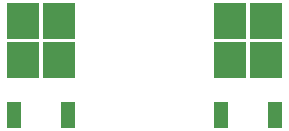
<source format=gbp>
G04 #@! TF.GenerationSoftware,KiCad,Pcbnew,5.1.2*
G04 #@! TF.CreationDate,2019-05-29T15:55:21-05:00*
G04 #@! TF.ProjectId,VaneController,56616e65-436f-46e7-9472-6f6c6c65722e,rev?*
G04 #@! TF.SameCoordinates,Original*
G04 #@! TF.FileFunction,Paste,Bot*
G04 #@! TF.FilePolarity,Positive*
%FSLAX46Y46*%
G04 Gerber Fmt 4.6, Leading zero omitted, Abs format (unit mm)*
G04 Created by KiCad (PCBNEW 5.1.2) date 2019-05-29 15:55:21*
%MOMM*%
%LPD*%
G04 APERTURE LIST*
%ADD10R,1.200000X2.200000*%
%ADD11R,2.750000X3.050000*%
G04 APERTURE END LIST*
D10*
X161538000Y-61926000D03*
X156978000Y-61926000D03*
D11*
X157733000Y-53951000D03*
X160783000Y-57301000D03*
X160783000Y-53951000D03*
X157733000Y-57301000D03*
X175259000Y-57301000D03*
X178309000Y-53951000D03*
X178309000Y-57301000D03*
X175259000Y-53951000D03*
D10*
X174504000Y-61926000D03*
X179064000Y-61926000D03*
M02*

</source>
